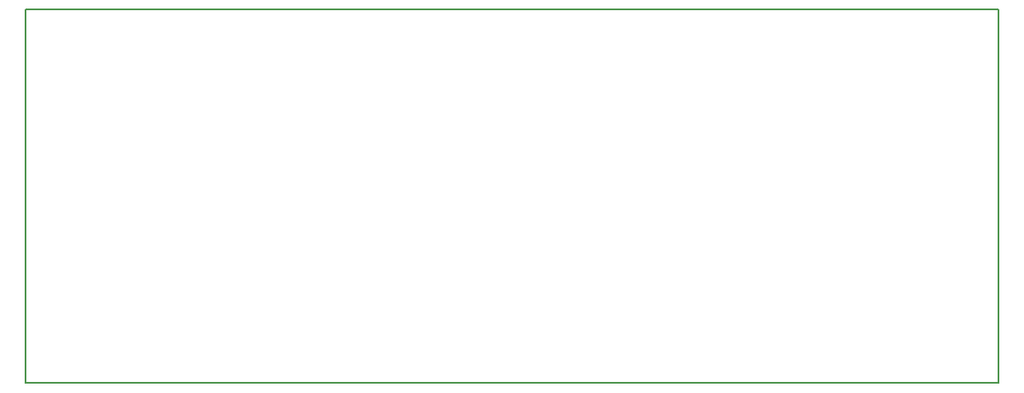
<source format=gbr>
%TF.GenerationSoftware,Novarm,DipTrace,3.0.0.2*%
%TF.CreationDate,2017-02-07T17:04:23+02:00*%
%FSLAX26Y26*%
%MOIN*%
%TF.FileFunction,Profile*%
%TF.Part,Single*%
%ADD11C,0.006*%
G75*
G01*
%LPD*%
X394000Y1856500D2*
D11*
Y394000D1*
X4206500D1*
Y1856500D1*
X394000D1*
M02*

</source>
